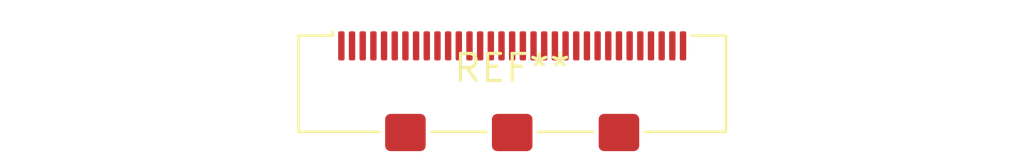
<source format=kicad_pcb>
(kicad_pcb (version 20240108) (generator pcbnew)
  (layers (0 "F.Cu" signal) (31 "B.Cu" signal) (34 "B.Paste" user) (35 "F.Paste" user) (36 "B.SilkS" user "B.Silkscreen") (37 "F.SilkS" user "F.Silkscreen") (38 "B.Mask" user) (39 "F.Mask" user) (44 "Edge.Cuts" user))
  (net 0 "")
  (footprint "Molex_502231-3300_1x33-1SH_P0.5mm_Vertical" (layer "F.Cu") (at 0 0)
    (property "Reference" "REF**")
    (property "Value" "Molex_502231-3300_1x33-1SH_P0.5mm_Vertical")
    (fp_line (start -10.01 2.99) (end -10.01 -1.53) (layer "F.SilkS") (stroke (width 0.12)))
    (fp_line (start -8.41 -1.53) (end -10.01 -1.53) (layer "F.SilkS") (stroke (width 0.12)))
    (fp_line (start -8.41 -1.53) (end -8.41 -1.7) (layer "F.SilkS") (stroke (width 0.12)))
    (fp_line (start -6.21 2.99) (end -10.01 2.99) (layer "F.SilkS") (stroke (width 0.12)))
    (fp_line (start -3.79 2.99) (end -1.21 2.99) (layer "F.SilkS") (stroke (width 0.12)))
    (fp_line (start 1.21 2.99) (end 3.79 2.99) (layer "F.SilkS") (stroke (width 0.12)))
    (fp_line (start 6.21 2.99) (end 10.01 2.99) (layer "F.SilkS") (stroke (width 0.12)))
    (fp_line (start 8.41 -1.53) (end 10.01 -1.53) (layer "F.SilkS") (stroke (width 0.12)))
    (fp_line (start 10.01 2.99) (end 10.01 -1.53) (layer "F.SilkS") (stroke (width 0.12)))
    (pad "1" smd roundrect (at -8 -1.045) (size 0.3 1.37) (layers "F.Cu" "F.Paste" "F.Mask"))
    (pad "2" smd roundrect (at -7.5 -1.045) (size 0.3 1.37) (layers "F.Cu" "F.Paste" "F.Mask"))
    (pad "3" smd roundrect (at -7 -1.045) (size 0.3 1.37) (layers "F.Cu" "F.Paste" "F.Mask"))
    (pad "4" smd roundrect (at -6.5 -1.045) (size 0.3 1.37) (layers "F.Cu" "F.Paste" "F.Mask"))
    (pad "5" smd roundrect (at -6 -1.045) (size 0.3 1.37) (layers "F.Cu" "F.Paste" "F.Mask"))
    (pad "6" smd roundrect (at -5.5 -1.045) (size 0.3 1.37) (layers "F.Cu" "F.Paste" "F.Mask"))
    (pad "7" smd roundrect (at -5 -1.045) (size 0.3 1.37) (layers "F.Cu" "F.Paste" "F.Mask"))
    (pad "8" smd roundrect (at -4.5 -1.045) (size 0.3 1.37) (layers "F.Cu" "F.Paste" "F.Mask"))
    (pad "9" smd roundrect (at -4 -1.045) (size 0.3 1.37) (layers "F.Cu" "F.Paste" "F.Mask"))
    (pad "10" smd roundrect (at -3.5 -1.045) (size 0.3 1.37) (layers "F.Cu" "F.Paste" "F.Mask"))
    (pad "11" smd roundrect (at -3 -1.045) (size 0.3 1.37) (layers "F.Cu" "F.Paste" "F.Mask"))
    (pad "12" smd roundrect (at -2.5 -1.045) (size 0.3 1.37) (layers "F.Cu" "F.Paste" "F.Mask"))
    (pad "13" smd roundrect (at -2 -1.045) (size 0.3 1.37) (layers "F.Cu" "F.Paste" "F.Mask"))
    (pad "14" smd roundrect (at -1.5 -1.045) (size 0.3 1.37) (layers "F.Cu" "F.Paste" "F.Mask"))
    (pad "15" smd roundrect (at -1 -1.045) (size 0.3 1.37) (layers "F.Cu" "F.Paste" "F.Mask"))
    (pad "16" smd roundrect (at -0.5 -1.045) (size 0.3 1.37) (layers "F.Cu" "F.Paste" "F.Mask"))
    (pad "17" smd roundrect (at 0 -1.045) (size 0.3 1.37) (layers "F.Cu" "F.Paste" "F.Mask"))
    (pad "18" smd roundrect (at 0.5 -1.045) (size 0.3 1.37) (layers "F.Cu" "F.Paste" "F.Mask"))
    (pad "19" smd roundrect (at 1 -1.045) (size 0.3 1.37) (layers "F.Cu" "F.Paste" "F.Mask"))
    (pad "20" smd roundrect (at 1.5 -1.045) (size 0.3 1.37) (layers "F.Cu" "F.Paste" "F.Mask"))
    (pad "21" smd roundrect (at 2 -1.045) (size 0.3 1.37) (layers "F.Cu" "F.Paste" "F.Mask"))
    (pad "22" smd roundrect (at 2.5 -1.045) (size 0.3 1.37) (layers "F.Cu" "F.Paste" "F.Mask"))
    (pad "23" smd roundrect (at 3 -1.045) (size 0.3 1.37) (layers "F.Cu" "F.Paste" "F.Mask"))
    (pad "24" smd roundrect (at 3.5 -1.045) (size 0.3 1.37) (layers "F.Cu" "F.Paste" "F.Mask"))
    (pad "25" smd roundrect (at 4 -1.045) (size 0.3 1.37) (layers "F.Cu" "F.Paste" "F.Mask"))
    (pad "26" smd roundrect (at 4.5 -1.045) (size 0.3 1.37) (layers "F.Cu" "F.Paste" "F.Mask"))
    (pad "27" smd roundrect (at 5 -1.045) (size 0.3 1.37) (layers "F.Cu" "F.Paste" "F.Mask"))
    (pad "28" smd roundrect (at 5.5 -1.045) (size 0.3 1.37) (layers "F.Cu" "F.Paste" "F.Mask"))
    (pad "29" smd roundrect (at 6 -1.045) (size 0.3 1.37) (layers "F.Cu" "F.Paste" "F.Mask"))
    (pad "30" smd roundrect (at 6.5 -1.045) (size 0.3 1.37) (layers "F.Cu" "F.Paste" "F.Mask"))
    (pad "31" smd roundrect (at 7 -1.045) (size 0.3 1.37) (layers "F.Cu" "F.Paste" "F.Mask"))
    (pad "32" smd roundrect (at 7.5 -1.045) (size 0.3 1.37) (layers "F.Cu" "F.Paste" "F.Mask"))
    (pad "33" smd roundrect (at 8 -1.045) (size 0.3 1.37) (layers "F.Cu" "F.Paste" "F.Mask"))
    (pad "SH" smd roundrect (at -5 3.025) (size 1.9 1.75) (layers "F.Cu" "F.Paste" "F.Mask") (roundrect_rratio 0.143))
    (pad "SH" smd roundrect (at 0 3.025) (size 1.9 1.75) (layers "F.Cu" "F.Paste" "F.Mask") (roundrect_rratio 0.143))
    (pad "SH" smd roundrect (at 5 3.025) (size 1.9 1.75) (layers "F.Cu" "F.Paste" "F.Mask") (roundrect_rratio 0.143))
  )
)
</source>
